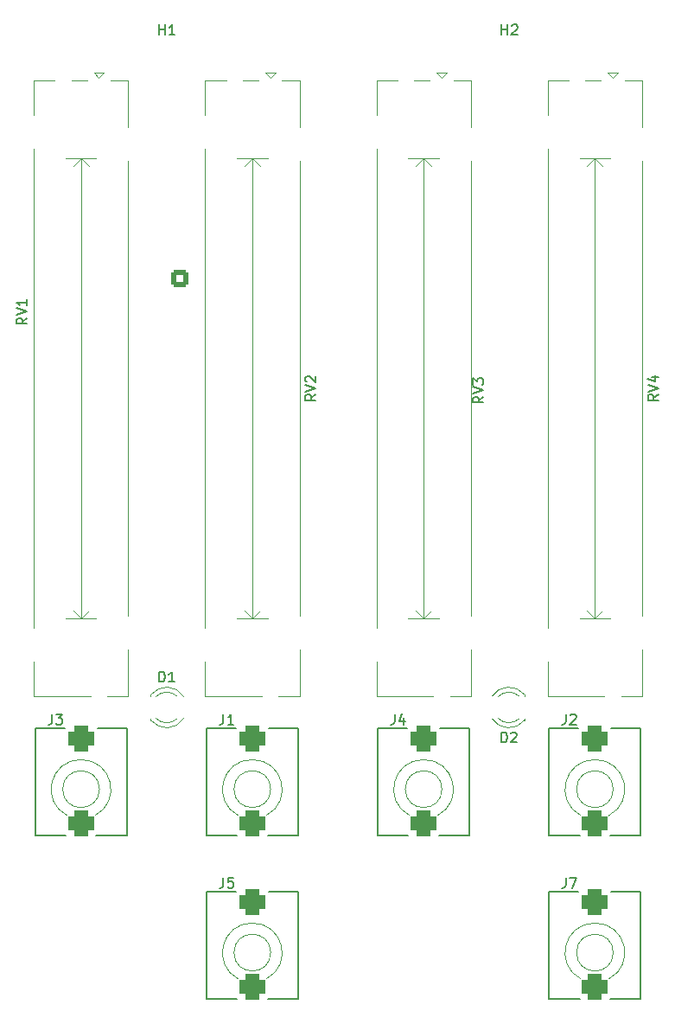
<source format=gto>
G04 #@! TF.GenerationSoftware,KiCad,Pcbnew,7.0.7*
G04 #@! TF.CreationDate,2025-11-01T14:17:37+08:00*
G04 #@! TF.ProjectId,2164_VCA,32313634-5f56-4434-912e-6b696361645f,rev?*
G04 #@! TF.SameCoordinates,Original*
G04 #@! TF.FileFunction,Legend,Top*
G04 #@! TF.FilePolarity,Positive*
%FSLAX46Y46*%
G04 Gerber Fmt 4.6, Leading zero omitted, Abs format (unit mm)*
G04 Created by KiCad (PCBNEW 7.0.7) date 2025-11-01 14:17:37*
%MOMM*%
%LPD*%
G01*
G04 APERTURE LIST*
G04 Aperture macros list*
%AMRoundRect*
0 Rectangle with rounded corners*
0 $1 Rounding radius*
0 $2 $3 $4 $5 $6 $7 $8 $9 X,Y pos of 4 corners*
0 Add a 4 corners polygon primitive as box body*
4,1,4,$2,$3,$4,$5,$6,$7,$8,$9,$2,$3,0*
0 Add four circle primitives for the rounded corners*
1,1,$1+$1,$2,$3*
1,1,$1+$1,$4,$5*
1,1,$1+$1,$6,$7*
1,1,$1+$1,$8,$9*
0 Add four rect primitives between the rounded corners*
20,1,$1+$1,$2,$3,$4,$5,0*
20,1,$1+$1,$4,$5,$6,$7,0*
20,1,$1+$1,$6,$7,$8,$9,0*
20,1,$1+$1,$8,$9,$2,$3,0*%
G04 Aperture macros list end*
%ADD10C,0.150000*%
%ADD11C,0.120000*%
%ADD12C,0.200000*%
%ADD13C,3.200000*%
%ADD14R,1.750000X1.750000*%
%ADD15C,1.750000*%
%ADD16C,2.700000*%
%ADD17O,3.100000X2.300000*%
%ADD18RoundRect,0.650000X-0.650000X-0.650000X0.650000X-0.650000X0.650000X0.650000X-0.650000X0.650000X0*%
%ADD19R,1.800000X1.800000*%
%ADD20C,1.800000*%
%ADD21C,1.440000*%
%ADD22R,1.700000X1.700000*%
%ADD23C,1.700000*%
%ADD24RoundRect,0.250000X0.600000X0.600000X-0.600000X0.600000X-0.600000X-0.600000X0.600000X-0.600000X0*%
G04 APERTURE END LIST*
D10*
X116018095Y-54154819D02*
X116018095Y-53154819D01*
X116018095Y-53631009D02*
X116589523Y-53631009D01*
X116589523Y-54154819D02*
X116589523Y-53154819D01*
X117018095Y-53250057D02*
X117065714Y-53202438D01*
X117065714Y-53202438D02*
X117160952Y-53154819D01*
X117160952Y-53154819D02*
X117399047Y-53154819D01*
X117399047Y-53154819D02*
X117494285Y-53202438D01*
X117494285Y-53202438D02*
X117541904Y-53250057D01*
X117541904Y-53250057D02*
X117589523Y-53345295D01*
X117589523Y-53345295D02*
X117589523Y-53440533D01*
X117589523Y-53440533D02*
X117541904Y-53583390D01*
X117541904Y-53583390D02*
X116970476Y-54154819D01*
X116970476Y-54154819D02*
X117589523Y-54154819D01*
X131374819Y-89345238D02*
X130898628Y-89678571D01*
X131374819Y-89916666D02*
X130374819Y-89916666D01*
X130374819Y-89916666D02*
X130374819Y-89535714D01*
X130374819Y-89535714D02*
X130422438Y-89440476D01*
X130422438Y-89440476D02*
X130470057Y-89392857D01*
X130470057Y-89392857D02*
X130565295Y-89345238D01*
X130565295Y-89345238D02*
X130708152Y-89345238D01*
X130708152Y-89345238D02*
X130803390Y-89392857D01*
X130803390Y-89392857D02*
X130851009Y-89440476D01*
X130851009Y-89440476D02*
X130898628Y-89535714D01*
X130898628Y-89535714D02*
X130898628Y-89916666D01*
X130374819Y-89059523D02*
X131374819Y-88726190D01*
X131374819Y-88726190D02*
X130374819Y-88392857D01*
X130708152Y-87630952D02*
X131374819Y-87630952D01*
X130327200Y-87869047D02*
X131041485Y-88107142D01*
X131041485Y-88107142D02*
X131041485Y-87488095D01*
X122336666Y-120654819D02*
X122336666Y-121369104D01*
X122336666Y-121369104D02*
X122289047Y-121511961D01*
X122289047Y-121511961D02*
X122193809Y-121607200D01*
X122193809Y-121607200D02*
X122050952Y-121654819D01*
X122050952Y-121654819D02*
X121955714Y-121654819D01*
X122765238Y-120750057D02*
X122812857Y-120702438D01*
X122812857Y-120702438D02*
X122908095Y-120654819D01*
X122908095Y-120654819D02*
X123146190Y-120654819D01*
X123146190Y-120654819D02*
X123241428Y-120702438D01*
X123241428Y-120702438D02*
X123289047Y-120750057D01*
X123289047Y-120750057D02*
X123336666Y-120845295D01*
X123336666Y-120845295D02*
X123336666Y-120940533D01*
X123336666Y-120940533D02*
X123289047Y-121083390D01*
X123289047Y-121083390D02*
X122717619Y-121654819D01*
X122717619Y-121654819D02*
X123336666Y-121654819D01*
X69542819Y-81875238D02*
X69066628Y-82208571D01*
X69542819Y-82446666D02*
X68542819Y-82446666D01*
X68542819Y-82446666D02*
X68542819Y-82065714D01*
X68542819Y-82065714D02*
X68590438Y-81970476D01*
X68590438Y-81970476D02*
X68638057Y-81922857D01*
X68638057Y-81922857D02*
X68733295Y-81875238D01*
X68733295Y-81875238D02*
X68876152Y-81875238D01*
X68876152Y-81875238D02*
X68971390Y-81922857D01*
X68971390Y-81922857D02*
X69019009Y-81970476D01*
X69019009Y-81970476D02*
X69066628Y-82065714D01*
X69066628Y-82065714D02*
X69066628Y-82446666D01*
X68542819Y-81589523D02*
X69542819Y-81256190D01*
X69542819Y-81256190D02*
X68542819Y-80922857D01*
X69542819Y-80065714D02*
X69542819Y-80637142D01*
X69542819Y-80351428D02*
X68542819Y-80351428D01*
X68542819Y-80351428D02*
X68685676Y-80446666D01*
X68685676Y-80446666D02*
X68780914Y-80541904D01*
X68780914Y-80541904D02*
X68828533Y-80637142D01*
X82481905Y-117494819D02*
X82481905Y-116494819D01*
X82481905Y-116494819D02*
X82720000Y-116494819D01*
X82720000Y-116494819D02*
X82862857Y-116542438D01*
X82862857Y-116542438D02*
X82958095Y-116637676D01*
X82958095Y-116637676D02*
X83005714Y-116732914D01*
X83005714Y-116732914D02*
X83053333Y-116923390D01*
X83053333Y-116923390D02*
X83053333Y-117066247D01*
X83053333Y-117066247D02*
X83005714Y-117256723D01*
X83005714Y-117256723D02*
X82958095Y-117351961D01*
X82958095Y-117351961D02*
X82862857Y-117447200D01*
X82862857Y-117447200D02*
X82720000Y-117494819D01*
X82720000Y-117494819D02*
X82481905Y-117494819D01*
X84005714Y-117494819D02*
X83434286Y-117494819D01*
X83720000Y-117494819D02*
X83720000Y-116494819D01*
X83720000Y-116494819D02*
X83624762Y-116637676D01*
X83624762Y-116637676D02*
X83529524Y-116732914D01*
X83529524Y-116732914D02*
X83434286Y-116780533D01*
X82458095Y-54154819D02*
X82458095Y-53154819D01*
X82458095Y-53631009D02*
X83029523Y-53631009D01*
X83029523Y-54154819D02*
X83029523Y-53154819D01*
X84029523Y-54154819D02*
X83458095Y-54154819D01*
X83743809Y-54154819D02*
X83743809Y-53154819D01*
X83743809Y-53154819D02*
X83648571Y-53297676D01*
X83648571Y-53297676D02*
X83553333Y-53392914D01*
X83553333Y-53392914D02*
X83458095Y-53440533D01*
X116001905Y-123414819D02*
X116001905Y-122414819D01*
X116001905Y-122414819D02*
X116240000Y-122414819D01*
X116240000Y-122414819D02*
X116382857Y-122462438D01*
X116382857Y-122462438D02*
X116478095Y-122557676D01*
X116478095Y-122557676D02*
X116525714Y-122652914D01*
X116525714Y-122652914D02*
X116573333Y-122843390D01*
X116573333Y-122843390D02*
X116573333Y-122986247D01*
X116573333Y-122986247D02*
X116525714Y-123176723D01*
X116525714Y-123176723D02*
X116478095Y-123271961D01*
X116478095Y-123271961D02*
X116382857Y-123367200D01*
X116382857Y-123367200D02*
X116240000Y-123414819D01*
X116240000Y-123414819D02*
X116001905Y-123414819D01*
X116954286Y-122510057D02*
X117001905Y-122462438D01*
X117001905Y-122462438D02*
X117097143Y-122414819D01*
X117097143Y-122414819D02*
X117335238Y-122414819D01*
X117335238Y-122414819D02*
X117430476Y-122462438D01*
X117430476Y-122462438D02*
X117478095Y-122510057D01*
X117478095Y-122510057D02*
X117525714Y-122605295D01*
X117525714Y-122605295D02*
X117525714Y-122700533D01*
X117525714Y-122700533D02*
X117478095Y-122843390D01*
X117478095Y-122843390D02*
X116906667Y-123414819D01*
X116906667Y-123414819D02*
X117525714Y-123414819D01*
X88776666Y-136654819D02*
X88776666Y-137369104D01*
X88776666Y-137369104D02*
X88729047Y-137511961D01*
X88729047Y-137511961D02*
X88633809Y-137607200D01*
X88633809Y-137607200D02*
X88490952Y-137654819D01*
X88490952Y-137654819D02*
X88395714Y-137654819D01*
X89729047Y-136654819D02*
X89252857Y-136654819D01*
X89252857Y-136654819D02*
X89205238Y-137131009D01*
X89205238Y-137131009D02*
X89252857Y-137083390D01*
X89252857Y-137083390D02*
X89348095Y-137035771D01*
X89348095Y-137035771D02*
X89586190Y-137035771D01*
X89586190Y-137035771D02*
X89681428Y-137083390D01*
X89681428Y-137083390D02*
X89729047Y-137131009D01*
X89729047Y-137131009D02*
X89776666Y-137226247D01*
X89776666Y-137226247D02*
X89776666Y-137464342D01*
X89776666Y-137464342D02*
X89729047Y-137559580D01*
X89729047Y-137559580D02*
X89681428Y-137607200D01*
X89681428Y-137607200D02*
X89586190Y-137654819D01*
X89586190Y-137654819D02*
X89348095Y-137654819D01*
X89348095Y-137654819D02*
X89252857Y-137607200D01*
X89252857Y-137607200D02*
X89205238Y-137559580D01*
X122336666Y-136654819D02*
X122336666Y-137369104D01*
X122336666Y-137369104D02*
X122289047Y-137511961D01*
X122289047Y-137511961D02*
X122193809Y-137607200D01*
X122193809Y-137607200D02*
X122050952Y-137654819D01*
X122050952Y-137654819D02*
X121955714Y-137654819D01*
X122717619Y-136654819D02*
X123384285Y-136654819D01*
X123384285Y-136654819D02*
X122955714Y-137654819D01*
X97814819Y-89345238D02*
X97338628Y-89678571D01*
X97814819Y-89916666D02*
X96814819Y-89916666D01*
X96814819Y-89916666D02*
X96814819Y-89535714D01*
X96814819Y-89535714D02*
X96862438Y-89440476D01*
X96862438Y-89440476D02*
X96910057Y-89392857D01*
X96910057Y-89392857D02*
X97005295Y-89345238D01*
X97005295Y-89345238D02*
X97148152Y-89345238D01*
X97148152Y-89345238D02*
X97243390Y-89392857D01*
X97243390Y-89392857D02*
X97291009Y-89440476D01*
X97291009Y-89440476D02*
X97338628Y-89535714D01*
X97338628Y-89535714D02*
X97338628Y-89916666D01*
X96814819Y-89059523D02*
X97814819Y-88726190D01*
X97814819Y-88726190D02*
X96814819Y-88392857D01*
X96910057Y-88107142D02*
X96862438Y-88059523D01*
X96862438Y-88059523D02*
X96814819Y-87964285D01*
X96814819Y-87964285D02*
X96814819Y-87726190D01*
X96814819Y-87726190D02*
X96862438Y-87630952D01*
X96862438Y-87630952D02*
X96910057Y-87583333D01*
X96910057Y-87583333D02*
X97005295Y-87535714D01*
X97005295Y-87535714D02*
X97100533Y-87535714D01*
X97100533Y-87535714D02*
X97243390Y-87583333D01*
X97243390Y-87583333D02*
X97814819Y-88154761D01*
X97814819Y-88154761D02*
X97814819Y-87535714D01*
X114246819Y-89581238D02*
X113770628Y-89914571D01*
X114246819Y-90152666D02*
X113246819Y-90152666D01*
X113246819Y-90152666D02*
X113246819Y-89771714D01*
X113246819Y-89771714D02*
X113294438Y-89676476D01*
X113294438Y-89676476D02*
X113342057Y-89628857D01*
X113342057Y-89628857D02*
X113437295Y-89581238D01*
X113437295Y-89581238D02*
X113580152Y-89581238D01*
X113580152Y-89581238D02*
X113675390Y-89628857D01*
X113675390Y-89628857D02*
X113723009Y-89676476D01*
X113723009Y-89676476D02*
X113770628Y-89771714D01*
X113770628Y-89771714D02*
X113770628Y-90152666D01*
X113246819Y-89295523D02*
X114246819Y-88962190D01*
X114246819Y-88962190D02*
X113246819Y-88628857D01*
X113246819Y-88390761D02*
X113246819Y-87771714D01*
X113246819Y-87771714D02*
X113627771Y-88105047D01*
X113627771Y-88105047D02*
X113627771Y-87962190D01*
X113627771Y-87962190D02*
X113675390Y-87866952D01*
X113675390Y-87866952D02*
X113723009Y-87819333D01*
X113723009Y-87819333D02*
X113818247Y-87771714D01*
X113818247Y-87771714D02*
X114056342Y-87771714D01*
X114056342Y-87771714D02*
X114151580Y-87819333D01*
X114151580Y-87819333D02*
X114199200Y-87866952D01*
X114199200Y-87866952D02*
X114246819Y-87962190D01*
X114246819Y-87962190D02*
X114246819Y-88247904D01*
X114246819Y-88247904D02*
X114199200Y-88343142D01*
X114199200Y-88343142D02*
X114151580Y-88390761D01*
X105556666Y-120654819D02*
X105556666Y-121369104D01*
X105556666Y-121369104D02*
X105509047Y-121511961D01*
X105509047Y-121511961D02*
X105413809Y-121607200D01*
X105413809Y-121607200D02*
X105270952Y-121654819D01*
X105270952Y-121654819D02*
X105175714Y-121654819D01*
X106461428Y-120988152D02*
X106461428Y-121654819D01*
X106223333Y-120607200D02*
X105985238Y-121321485D01*
X105985238Y-121321485D02*
X106604285Y-121321485D01*
X71996666Y-120654819D02*
X71996666Y-121369104D01*
X71996666Y-121369104D02*
X71949047Y-121511961D01*
X71949047Y-121511961D02*
X71853809Y-121607200D01*
X71853809Y-121607200D02*
X71710952Y-121654819D01*
X71710952Y-121654819D02*
X71615714Y-121654819D01*
X72377619Y-120654819D02*
X72996666Y-120654819D01*
X72996666Y-120654819D02*
X72663333Y-121035771D01*
X72663333Y-121035771D02*
X72806190Y-121035771D01*
X72806190Y-121035771D02*
X72901428Y-121083390D01*
X72901428Y-121083390D02*
X72949047Y-121131009D01*
X72949047Y-121131009D02*
X72996666Y-121226247D01*
X72996666Y-121226247D02*
X72996666Y-121464342D01*
X72996666Y-121464342D02*
X72949047Y-121559580D01*
X72949047Y-121559580D02*
X72901428Y-121607200D01*
X72901428Y-121607200D02*
X72806190Y-121654819D01*
X72806190Y-121654819D02*
X72520476Y-121654819D01*
X72520476Y-121654819D02*
X72425238Y-121607200D01*
X72425238Y-121607200D02*
X72377619Y-121559580D01*
X88776666Y-120654819D02*
X88776666Y-121369104D01*
X88776666Y-121369104D02*
X88729047Y-121511961D01*
X88729047Y-121511961D02*
X88633809Y-121607200D01*
X88633809Y-121607200D02*
X88490952Y-121654819D01*
X88490952Y-121654819D02*
X88395714Y-121654819D01*
X89776666Y-121654819D02*
X89205238Y-121654819D01*
X89490952Y-121654819D02*
X89490952Y-120654819D01*
X89490952Y-120654819D02*
X89395714Y-120797676D01*
X89395714Y-120797676D02*
X89300476Y-120892914D01*
X89300476Y-120892914D02*
X89205238Y-120940533D01*
D11*
X127420000Y-57825000D02*
X126420000Y-57825000D01*
X126420000Y-57825000D02*
X126920000Y-58325000D01*
X126920000Y-58325000D02*
X127420000Y-57825000D01*
X129790000Y-58630000D02*
X128095000Y-58630000D01*
X129790000Y-58630000D02*
X129790000Y-63215000D01*
X125745000Y-58630000D02*
X124242000Y-58630000D01*
X122597000Y-58630000D02*
X120550000Y-58630000D01*
X120550000Y-58630000D02*
X120550000Y-62015000D01*
X120550000Y-65286000D02*
X120550000Y-112215000D01*
X126670000Y-66250000D02*
X123670000Y-66250000D01*
X125170000Y-66250000D02*
X124420000Y-67000000D01*
X125170000Y-66250000D02*
X125170000Y-111250000D01*
X129790000Y-66486000D02*
X129790000Y-111015000D01*
X125920000Y-67000000D02*
X125170000Y-66250000D01*
X125920000Y-110500000D02*
X125170000Y-111250000D01*
X126670000Y-111250000D02*
X123670000Y-111250000D01*
X125170000Y-111250000D02*
X124420000Y-110500000D01*
X129790000Y-114286000D02*
X129790000Y-118870000D01*
X120550000Y-115486000D02*
X120550000Y-118870000D01*
X129790000Y-118870000D02*
X127743000Y-118870000D01*
X126097000Y-118870000D02*
X120550000Y-118870000D01*
D12*
X120670000Y-122000000D02*
X123570000Y-122000000D01*
X120670000Y-132500000D02*
X120670000Y-122000000D01*
X120670000Y-132500000D02*
X123670000Y-132500000D01*
X126670000Y-132500000D02*
X129670000Y-132500000D01*
X126770000Y-122000000D02*
X129670000Y-122000000D01*
X129670000Y-132500000D02*
X129670000Y-122000000D01*
D11*
X125170000Y-125105001D02*
G75*
G03*
X123820000Y-130588576I-26869J-2901351D01*
G01*
X126520000Y-130588577D02*
G75*
G03*
X125170000Y-125105000I-1323132J2582225D01*
G01*
X126970000Y-128000000D02*
G75*
G03*
X126970000Y-128000000I-1800000J0D01*
G01*
X77080000Y-57825000D02*
X76080000Y-57825000D01*
X76080000Y-57825000D02*
X76580000Y-58325000D01*
X76580000Y-58325000D02*
X77080000Y-57825000D01*
X79450000Y-58630000D02*
X77755000Y-58630000D01*
X79450000Y-58630000D02*
X79450000Y-63215000D01*
X75405000Y-58630000D02*
X73902000Y-58630000D01*
X72257000Y-58630000D02*
X70210000Y-58630000D01*
X70210000Y-58630000D02*
X70210000Y-62015000D01*
X70210000Y-65286000D02*
X70210000Y-112215000D01*
X76330000Y-66250000D02*
X73330000Y-66250000D01*
X74830000Y-66250000D02*
X74080000Y-67000000D01*
X74830000Y-66250000D02*
X74830000Y-111250000D01*
X79450000Y-66486000D02*
X79450000Y-111015000D01*
X75580000Y-67000000D02*
X74830000Y-66250000D01*
X75580000Y-110500000D02*
X74830000Y-111250000D01*
X76330000Y-111250000D02*
X73330000Y-111250000D01*
X74830000Y-111250000D02*
X74080000Y-110500000D01*
X79450000Y-114286000D02*
X79450000Y-118870000D01*
X70210000Y-115486000D02*
X70210000Y-118870000D01*
X79450000Y-118870000D02*
X77403000Y-118870000D01*
X75757000Y-118870000D02*
X70210000Y-118870000D01*
X81660000Y-118764000D02*
X81660000Y-118920000D01*
X81660000Y-121080000D02*
X81660000Y-121236000D01*
X84892334Y-118921392D02*
G75*
G03*
X81660001Y-118764485I-1672334J-1078608D01*
G01*
X84261129Y-118920164D02*
G75*
G03*
X82179040Y-118920001I-1041129J-1079836D01*
G01*
X82179040Y-121079999D02*
G75*
G03*
X84261129Y-121079836I1040960J1079999D01*
G01*
X81660001Y-121235515D02*
G75*
G03*
X84892334Y-121078608I1559999J1235515D01*
G01*
X118300000Y-121236000D02*
X118300000Y-121080000D01*
X118300000Y-118920000D02*
X118300000Y-118764000D01*
X115067666Y-121078608D02*
G75*
G03*
X118299999Y-121235515I1672334J1078608D01*
G01*
X115698871Y-121079836D02*
G75*
G03*
X117780960Y-121079999I1041129J1079836D01*
G01*
X117780960Y-118920001D02*
G75*
G03*
X115698871Y-118920164I-1040960J-1079999D01*
G01*
X118299999Y-118764485D02*
G75*
G03*
X115067666Y-118921392I-1559999J-1235515D01*
G01*
D12*
X87110000Y-138000000D02*
X90010000Y-138000000D01*
X87110000Y-148500000D02*
X87110000Y-138000000D01*
X87110000Y-148500000D02*
X90110000Y-148500000D01*
X93110000Y-148500000D02*
X96110000Y-148500000D01*
X93210000Y-138000000D02*
X96110000Y-138000000D01*
X96110000Y-148500000D02*
X96110000Y-138000000D01*
D11*
X91610000Y-141105001D02*
G75*
G03*
X90260000Y-146588576I-26869J-2901351D01*
G01*
X92960000Y-146588577D02*
G75*
G03*
X91610000Y-141105000I-1323132J2582225D01*
G01*
X93410000Y-144000000D02*
G75*
G03*
X93410000Y-144000000I-1800000J0D01*
G01*
D12*
X120670000Y-138000000D02*
X123570000Y-138000000D01*
X120670000Y-148500000D02*
X120670000Y-138000000D01*
X120670000Y-148500000D02*
X123670000Y-148500000D01*
X126670000Y-148500000D02*
X129670000Y-148500000D01*
X126770000Y-138000000D02*
X129670000Y-138000000D01*
X129670000Y-148500000D02*
X129670000Y-138000000D01*
D11*
X125170000Y-141105001D02*
G75*
G03*
X123820000Y-146588576I-26869J-2901351D01*
G01*
X126520000Y-146588577D02*
G75*
G03*
X125170000Y-141105000I-1323132J2582225D01*
G01*
X126970000Y-144000000D02*
G75*
G03*
X126970000Y-144000000I-1800000J0D01*
G01*
X93860000Y-57825000D02*
X92860000Y-57825000D01*
X92860000Y-57825000D02*
X93360000Y-58325000D01*
X93360000Y-58325000D02*
X93860000Y-57825000D01*
X96230000Y-58630000D02*
X94535000Y-58630000D01*
X96230000Y-58630000D02*
X96230000Y-63215000D01*
X92185000Y-58630000D02*
X90682000Y-58630000D01*
X89037000Y-58630000D02*
X86990000Y-58630000D01*
X86990000Y-58630000D02*
X86990000Y-62015000D01*
X86990000Y-65286000D02*
X86990000Y-112215000D01*
X93110000Y-66250000D02*
X90110000Y-66250000D01*
X91610000Y-66250000D02*
X90860000Y-67000000D01*
X91610000Y-66250000D02*
X91610000Y-111250000D01*
X96230000Y-66486000D02*
X96230000Y-111015000D01*
X92360000Y-67000000D02*
X91610000Y-66250000D01*
X92360000Y-110500000D02*
X91610000Y-111250000D01*
X93110000Y-111250000D02*
X90110000Y-111250000D01*
X91610000Y-111250000D02*
X90860000Y-110500000D01*
X96230000Y-114286000D02*
X96230000Y-118870000D01*
X86990000Y-115486000D02*
X86990000Y-118870000D01*
X96230000Y-118870000D02*
X94183000Y-118870000D01*
X92537000Y-118870000D02*
X86990000Y-118870000D01*
X110640000Y-57825000D02*
X109640000Y-57825000D01*
X109640000Y-57825000D02*
X110140000Y-58325000D01*
X110140000Y-58325000D02*
X110640000Y-57825000D01*
X113010000Y-58630000D02*
X111315000Y-58630000D01*
X113010000Y-58630000D02*
X113010000Y-63215000D01*
X108965000Y-58630000D02*
X107462000Y-58630000D01*
X105817000Y-58630000D02*
X103770000Y-58630000D01*
X103770000Y-58630000D02*
X103770000Y-62015000D01*
X103770000Y-65286000D02*
X103770000Y-112215000D01*
X109890000Y-66250000D02*
X106890000Y-66250000D01*
X108390000Y-66250000D02*
X107640000Y-67000000D01*
X108390000Y-66250000D02*
X108390000Y-111250000D01*
X113010000Y-66486000D02*
X113010000Y-111015000D01*
X109140000Y-67000000D02*
X108390000Y-66250000D01*
X109140000Y-110500000D02*
X108390000Y-111250000D01*
X109890000Y-111250000D02*
X106890000Y-111250000D01*
X108390000Y-111250000D02*
X107640000Y-110500000D01*
X113010000Y-114286000D02*
X113010000Y-118870000D01*
X103770000Y-115486000D02*
X103770000Y-118870000D01*
X113010000Y-118870000D02*
X110963000Y-118870000D01*
X109317000Y-118870000D02*
X103770000Y-118870000D01*
D12*
X103890000Y-122000000D02*
X106790000Y-122000000D01*
X103890000Y-132500000D02*
X103890000Y-122000000D01*
X103890000Y-132500000D02*
X106890000Y-132500000D01*
X109890000Y-132500000D02*
X112890000Y-132500000D01*
X109990000Y-122000000D02*
X112890000Y-122000000D01*
X112890000Y-132500000D02*
X112890000Y-122000000D01*
D11*
X108390000Y-125105001D02*
G75*
G03*
X107040000Y-130588576I-26869J-2901351D01*
G01*
X109740000Y-130588577D02*
G75*
G03*
X108390000Y-125105000I-1323132J2582225D01*
G01*
X110190000Y-128000000D02*
G75*
G03*
X110190000Y-128000000I-1800000J0D01*
G01*
D12*
X70330000Y-122000000D02*
X73230000Y-122000000D01*
X70330000Y-132500000D02*
X70330000Y-122000000D01*
X70330000Y-132500000D02*
X73330000Y-132500000D01*
X76330000Y-132500000D02*
X79330000Y-132500000D01*
X76430000Y-122000000D02*
X79330000Y-122000000D01*
X79330000Y-132500000D02*
X79330000Y-122000000D01*
D11*
X74830000Y-125105001D02*
G75*
G03*
X73480000Y-130588576I-26869J-2901351D01*
G01*
X76180000Y-130588577D02*
G75*
G03*
X74830000Y-125105000I-1323132J2582225D01*
G01*
X76630000Y-128000000D02*
G75*
G03*
X76630000Y-128000000I-1800000J0D01*
G01*
D12*
X87110000Y-122000000D02*
X90010000Y-122000000D01*
X87110000Y-132500000D02*
X87110000Y-122000000D01*
X87110000Y-132500000D02*
X90110000Y-132500000D01*
X93110000Y-132500000D02*
X96110000Y-132500000D01*
X93210000Y-122000000D02*
X96110000Y-122000000D01*
X96110000Y-132500000D02*
X96110000Y-122000000D01*
D11*
X91610000Y-125105001D02*
G75*
G03*
X90260000Y-130588576I-26869J-2901351D01*
G01*
X92960000Y-130588577D02*
G75*
G03*
X91610000Y-125105000I-1323132J2582225D01*
G01*
X93410000Y-128000000D02*
G75*
G03*
X93410000Y-128000000I-1800000J0D01*
G01*
%LPC*%
D13*
X116780000Y-49500000D03*
D14*
X126920000Y-59500000D03*
D15*
X123420000Y-59500000D03*
X126920000Y-118000000D03*
D16*
X120970000Y-63650000D03*
X129370000Y-64850000D03*
X129370000Y-112650000D03*
X120970000Y-113850000D03*
D17*
X125170000Y-134480000D03*
D18*
X125170000Y-123080000D03*
X125170000Y-131380000D03*
D14*
X76580000Y-59500000D03*
D15*
X73080000Y-59500000D03*
X76580000Y-118000000D03*
D16*
X70630000Y-63650000D03*
X79030000Y-64850000D03*
X79030000Y-112650000D03*
X70630000Y-113850000D03*
D19*
X81950000Y-120000000D03*
D20*
X84490000Y-120000000D03*
D13*
X83220000Y-49500000D03*
D19*
X118010000Y-120000000D03*
D20*
X115470000Y-120000000D03*
D17*
X91610000Y-150480000D03*
D18*
X91610000Y-139080000D03*
X91610000Y-147380000D03*
D17*
X125170000Y-150480000D03*
D18*
X125170000Y-139080000D03*
X125170000Y-147380000D03*
D14*
X93360000Y-59500000D03*
D15*
X89860000Y-59500000D03*
X93360000Y-118000000D03*
D16*
X87410000Y-63650000D03*
X95810000Y-64850000D03*
X95810000Y-112650000D03*
X87410000Y-113850000D03*
D14*
X110140000Y-59500000D03*
D15*
X106640000Y-59500000D03*
X110140000Y-118000000D03*
D16*
X104190000Y-63650000D03*
X112590000Y-64850000D03*
X112590000Y-112650000D03*
X104190000Y-113850000D03*
D17*
X108390000Y-134480000D03*
D18*
X108390000Y-123080000D03*
X108390000Y-131380000D03*
D17*
X74830000Y-134480000D03*
D18*
X74830000Y-123080000D03*
X74830000Y-131380000D03*
D17*
X91610000Y-134480000D03*
D18*
X91610000Y-123080000D03*
X91610000Y-131380000D03*
D21*
X84582000Y-100584000D03*
X82042000Y-103124000D03*
X84582000Y-105664000D03*
D22*
X100838000Y-92710000D03*
D23*
X100838000Y-90170000D03*
X100838000Y-87630000D03*
X100838000Y-85090000D03*
X100838000Y-82550000D03*
X100838000Y-80010000D03*
X100838000Y-77470000D03*
X100838000Y-74930000D03*
X116078000Y-74930000D03*
X116078000Y-77470000D03*
X116078000Y-80010000D03*
X116078000Y-82550000D03*
X116078000Y-85090000D03*
X116078000Y-87630000D03*
X116078000Y-90170000D03*
X116078000Y-92710000D03*
D24*
X84490000Y-78000000D03*
D23*
X81950000Y-78000000D03*
X84490000Y-80540000D03*
X81950000Y-80540000D03*
X84490000Y-83080000D03*
X81950000Y-83080000D03*
X84490000Y-85620000D03*
X81950000Y-85620000D03*
X84490000Y-88160000D03*
X81950000Y-88160000D03*
D21*
X115570000Y-105410000D03*
X118110000Y-102870000D03*
X115570000Y-100330000D03*
%LPD*%
M02*

</source>
